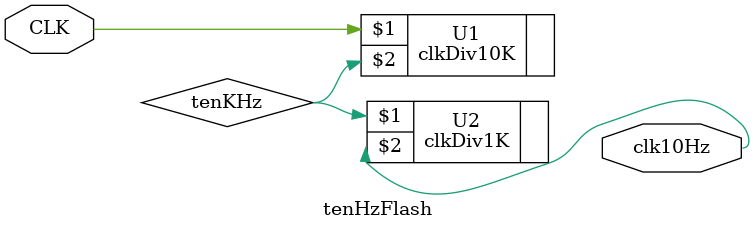
<source format=v>
`timescale 1ns / 1ps
module tenHzFlash(
    input CLK,
    output clk10Hz
    );
	wire tenKHz;
	
	clkDiv10K U1(CLK, tenKHz);
	
	clkDiv1K U2(tenKHz, clk10Hz);

endmodule

</source>
